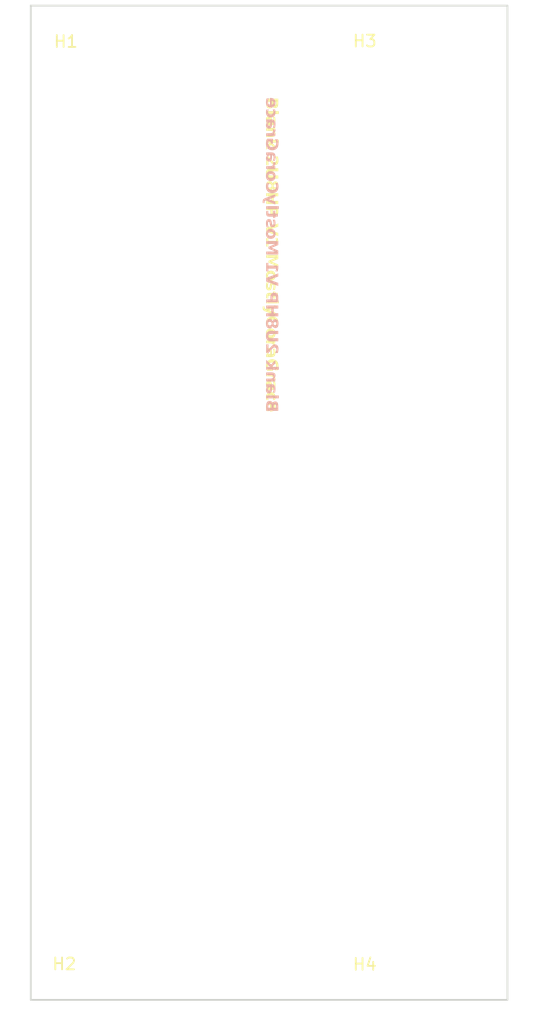
<source format=kicad_pcb>
(kicad_pcb (version 20240108) (generator "pcbnew") (generator_version "8.0")
  (layers (0 "F.Cu" signal) (31 "B.Cu" signal) (34 "B.Paste" user) (35 "F.Paste" user) (36 "B.SilkS" user "B.Silkscreen") (37 "F.SilkS" user "F.Silkscreen") (38 "B.Mask" user) (39 "F.Mask" user) (44 "Edge.Cuts" user))
  (net 0 "")
  (footprint "EXC:MountingHole_3.2mm_M3" (layer "F.Cu") (at 33.02 5.425)
    (property "Reference" "H3" (at -3.683 0 0) (layer "F.SilkS") (effects (justify right)))
    (property "Value" "Eurorack_M3_MountingHole")
    (pad "" np_thru_hole oval (at 0 0) (size 4.8 3.2) (drill oval 4.8 3.2) (layers "F&B.Cu" "*.Mask"))
  )
  (footprint "EXC:MountingHole_3.2mm_M3" (layer "F.Cu") (at 7.62 5.425)
    (property "Reference" "H1" (at -3.556 0.036 0) (layer "F.SilkS") (effects (justify right)))
    (property "Value" "Eurorack_M3_MountingHole")
    (pad "" np_thru_hole oval (at 0 0) (size 4.8 3.2) (drill oval 4.8 3.2) (layers "F&B.Cu" "*.Mask"))
  )
  (footprint "EXC:MountingHole_3.2mm_M3" (layer "F.Cu") (at 33.02 83.475)
    (property "Reference" "H4" (at -3.683 0 0) (layer "F.SilkS") (effects (justify right)))
    (property "Value" "Eurorack_M3_MountingHole")
    (pad "" np_thru_hole oval (at 0 0) (size 4.8 3.2) (drill oval 4.8 3.2) (layers "F&B.Cu" "*.Mask"))
  )
  (footprint "EXC:MountingHole_3.2mm_M3" (layer "F.Cu") (at 7.62 83.475)
    (property "Reference" "H2" (at -3.683 -0.036 0) (layer "F.SilkS") (effects (justify right)))
    (property "Value" "Eurorack_M3_MountingHole")
    (pad "" np_thru_hole oval (at 0 0) (size 4.8 3.2) (drill oval 4.8 3.2) (layers "F&B.Cu" "*.Mask"))
  )
  (gr_rect (start 0 2.425) (end 40.3 86.475) (stroke (width 0.15)) (fill none) (layer "Edge.Cuts"))
  (gr_text "Blank 2U8HP V1 MostlyCoraGrace" (at 20.32 10.16 270) (layer "B.SilkS") (effects (font (size 1 1) (thickness 0.25) (bold yes)) (justify right mirror)))
  (gr_text "Blank 2U8HP V1 MostlyCoraGrace" (at 20.32 10.16 270) (layer "F.SilkS") (effects (font (size 1 1) (thickness 0.25) (bold yes)) (justify left)))
)
</source>
